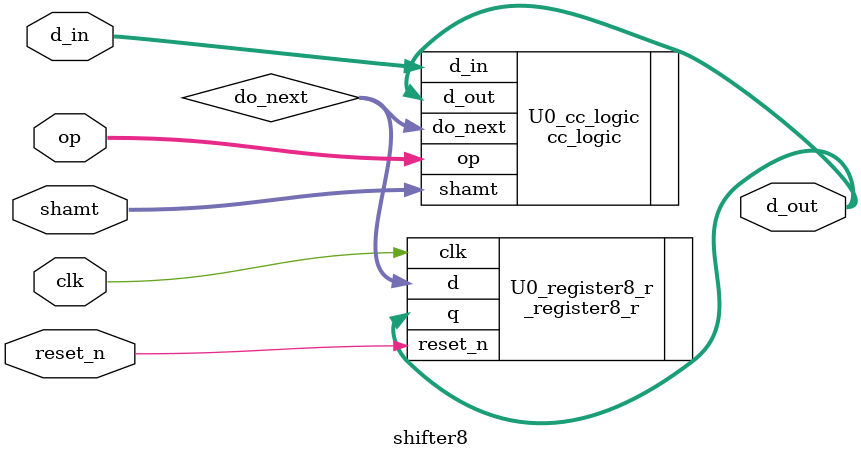
<source format=v>
module shifter8(clk, reset_n, op, shamt, d_in, d_out);
//coding the module header
input clk, reset_n;
input [2:0] op;
input [1:0] shamt;
input [7:0] d_in;
output [7:0] d_out;

wire [7:0] do_next;

cc_logic U0_cc_logic(.op(op),.shamt(shamt),.d_in(d_in),.d_out(d_out),.do_next(do_next));
_register8_r U0_register8_r(.clk(clk),.reset_n(reset_n),.d(do_next),.q(d_out));
//instance combinational circuit, 8-bits register
endmodule 
</source>
